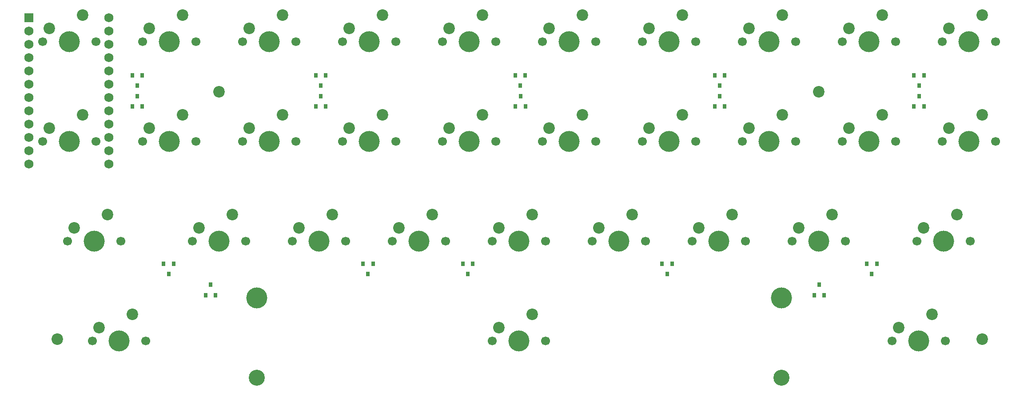
<source format=gbr>
%TF.GenerationSoftware,KiCad,Pcbnew,(6.0.0)*%
%TF.CreationDate,2022-01-08T09:02:27-05:00*%
%TF.ProjectId,iType,69547970-652e-46b6-9963-61645f706362,rev?*%
%TF.SameCoordinates,Original*%
%TF.FileFunction,Soldermask,Bot*%
%TF.FilePolarity,Negative*%
%FSLAX46Y46*%
G04 Gerber Fmt 4.6, Leading zero omitted, Abs format (unit mm)*
G04 Created by KiCad (PCBNEW (6.0.0)) date 2022-01-08 09:02:27*
%MOMM*%
%LPD*%
G01*
G04 APERTURE LIST*
%ADD10C,2.200000*%
%ADD11C,4.000000*%
%ADD12C,1.700000*%
%ADD13R,1.752600X1.752600*%
%ADD14C,1.752600*%
%ADD15C,3.050000*%
%ADD16R,0.800000X0.900000*%
G04 APERTURE END LIST*
D10*
%TO.C,REF\u002A\u002A*%
X169926000Y-26035000D03*
%TD*%
%TO.C,REF\u002A\u002A*%
X55626000Y-26035000D03*
%TD*%
%TO.C,REF\u002A\u002A*%
X201041000Y-73342500D03*
%TD*%
%TO.C,REF\u002A\u002A*%
X24828500Y-73342500D03*
%TD*%
D11*
%TO.C,SW1*%
X27051000Y-16510000D03*
D12*
X21971000Y-16510000D03*
X32131000Y-16510000D03*
D10*
X29591000Y-11430000D03*
X23241000Y-13970000D03*
%TD*%
D12*
%TO.C,SW8*%
X165481000Y-16510000D03*
X155321000Y-16510000D03*
D11*
X160401000Y-16510000D03*
D10*
X162941000Y-11430000D03*
X156591000Y-13970000D03*
%TD*%
D11*
%TO.C,SW27*%
X150876000Y-54610000D03*
D12*
X145796000Y-54610000D03*
X155956000Y-54610000D03*
D10*
X153416000Y-49530000D03*
X147066000Y-52070000D03*
%TD*%
D11*
%TO.C,SW9*%
X179451000Y-16510000D03*
D12*
X174371000Y-16510000D03*
X184531000Y-16510000D03*
D10*
X181991000Y-11430000D03*
X175641000Y-13970000D03*
%TD*%
D11*
%TO.C,SW11*%
X27051000Y-35560000D03*
D12*
X32131000Y-35560000D03*
X21971000Y-35560000D03*
D10*
X29591000Y-30480000D03*
X23241000Y-33020000D03*
%TD*%
D11*
%TO.C,SW19*%
X179451000Y-35560000D03*
D12*
X174371000Y-35560000D03*
X184531000Y-35560000D03*
D10*
X181991000Y-30480000D03*
X175641000Y-33020000D03*
%TD*%
D13*
%TO.C,U1*%
X19396000Y-11935000D03*
D14*
X19396000Y-14475000D03*
X19396000Y-17015000D03*
X19396000Y-19555000D03*
X19396000Y-22095000D03*
X19396000Y-24635000D03*
X19396000Y-27175000D03*
X19396000Y-29715000D03*
X19396000Y-32255000D03*
X19396000Y-34795000D03*
X19396000Y-37335000D03*
X19396000Y-39875000D03*
X34636000Y-39875000D03*
X34636000Y-37335000D03*
X34636000Y-34795000D03*
X34636000Y-32255000D03*
X34636000Y-29715000D03*
X34636000Y-27175000D03*
X34636000Y-24635000D03*
X34636000Y-22095000D03*
X34636000Y-19555000D03*
X34636000Y-17015000D03*
X34636000Y-14475000D03*
X34636000Y-11935000D03*
%TD*%
D11*
%TO.C,SW17*%
X141351000Y-35560000D03*
D12*
X136271000Y-35560000D03*
X146431000Y-35560000D03*
D10*
X143891000Y-30480000D03*
X137541000Y-33020000D03*
%TD*%
D12*
%TO.C,SW26*%
X126746000Y-54610000D03*
X136906000Y-54610000D03*
D11*
X131826000Y-54610000D03*
D10*
X134366000Y-49530000D03*
X128016000Y-52070000D03*
%TD*%
D12*
%TO.C,SW14*%
X89281000Y-35560000D03*
X79121000Y-35560000D03*
D11*
X84201000Y-35560000D03*
D10*
X86741000Y-30480000D03*
X80391000Y-33020000D03*
%TD*%
D12*
%TO.C,SW29*%
X198818500Y-54610000D03*
X188658500Y-54610000D03*
D11*
X193738500Y-54610000D03*
D10*
X196278500Y-49530000D03*
X189928500Y-52070000D03*
%TD*%
D12*
%TO.C,SW6*%
X117221000Y-16510000D03*
D11*
X122301000Y-16510000D03*
D12*
X127381000Y-16510000D03*
D10*
X124841000Y-11430000D03*
X118491000Y-13970000D03*
%TD*%
D11*
%TO.C,SW24*%
X93726000Y-54610000D03*
D12*
X88646000Y-54610000D03*
X98806000Y-54610000D03*
D10*
X96266000Y-49530000D03*
X89916000Y-52070000D03*
%TD*%
D12*
%TO.C,SW28*%
X164846000Y-54610000D03*
X175006000Y-54610000D03*
D11*
X169926000Y-54610000D03*
D10*
X172466000Y-49530000D03*
X166116000Y-52070000D03*
%TD*%
D12*
%TO.C,SW4*%
X89281000Y-16510000D03*
D11*
X84201000Y-16510000D03*
D12*
X79121000Y-16510000D03*
D10*
X86741000Y-11430000D03*
X80391000Y-13970000D03*
%TD*%
D11*
%TO.C,SW5*%
X103251000Y-16510000D03*
D12*
X108331000Y-16510000D03*
X98171000Y-16510000D03*
D10*
X105791000Y-11430000D03*
X99441000Y-13970000D03*
%TD*%
D12*
%TO.C,SW16*%
X117221000Y-35560000D03*
D11*
X122301000Y-35560000D03*
D12*
X127381000Y-35560000D03*
D10*
X124841000Y-30480000D03*
X118491000Y-33020000D03*
%TD*%
D12*
%TO.C,SW32*%
X183896000Y-73660000D03*
D11*
X188976000Y-73660000D03*
D12*
X194056000Y-73660000D03*
D10*
X191516000Y-68580000D03*
X185166000Y-71120000D03*
%TD*%
D11*
%TO.C,SW2*%
X46101000Y-16510000D03*
D12*
X41021000Y-16510000D03*
X51181000Y-16510000D03*
D10*
X48641000Y-11430000D03*
X42291000Y-13970000D03*
%TD*%
D12*
%TO.C,SW10*%
X193421000Y-16510000D03*
D11*
X198501000Y-16510000D03*
D12*
X203581000Y-16510000D03*
D10*
X201041000Y-11430000D03*
X194691000Y-13970000D03*
%TD*%
D12*
%TO.C,SW15*%
X108331000Y-35560000D03*
X98171000Y-35560000D03*
D11*
X103251000Y-35560000D03*
D10*
X105791000Y-30480000D03*
X99441000Y-33020000D03*
%TD*%
D12*
%TO.C,SW18*%
X165481000Y-35560000D03*
X155321000Y-35560000D03*
D11*
X160401000Y-35560000D03*
D10*
X162941000Y-30480000D03*
X156591000Y-33020000D03*
%TD*%
D11*
%TO.C,SW3*%
X65151000Y-16510000D03*
D12*
X60071000Y-16510000D03*
X70231000Y-16510000D03*
D10*
X67691000Y-11430000D03*
X61341000Y-13970000D03*
%TD*%
D12*
%TO.C,SW13*%
X70231000Y-35560000D03*
D11*
X65151000Y-35560000D03*
D12*
X60071000Y-35560000D03*
D10*
X67691000Y-30480000D03*
X61341000Y-33020000D03*
%TD*%
D12*
%TO.C,SW31*%
X117856000Y-73660000D03*
D11*
X112776000Y-73660000D03*
X62776000Y-65420000D03*
D15*
X162776000Y-80660000D03*
X62776000Y-80660000D03*
D11*
X162776000Y-65420000D03*
D12*
X107696000Y-73660000D03*
D10*
X115316000Y-68580000D03*
X108966000Y-71120000D03*
%TD*%
D12*
%TO.C,SW7*%
X146431000Y-16510000D03*
X136271000Y-16510000D03*
D11*
X141351000Y-16510000D03*
D10*
X143891000Y-11430000D03*
X137541000Y-13970000D03*
%TD*%
D12*
%TO.C,SW23*%
X79756000Y-54610000D03*
D11*
X74676000Y-54610000D03*
D12*
X69596000Y-54610000D03*
D10*
X77216000Y-49530000D03*
X70866000Y-52070000D03*
%TD*%
D12*
%TO.C,SW22*%
X60706000Y-54610000D03*
X50546000Y-54610000D03*
D11*
X55626000Y-54610000D03*
D10*
X58166000Y-49530000D03*
X51816000Y-52070000D03*
%TD*%
D12*
%TO.C,SW12*%
X51181000Y-35560000D03*
D11*
X46101000Y-35560000D03*
D12*
X41021000Y-35560000D03*
D10*
X48641000Y-30480000D03*
X42291000Y-33020000D03*
%TD*%
D12*
%TO.C,SW25*%
X107696000Y-54610000D03*
D11*
X112776000Y-54610000D03*
D12*
X117856000Y-54610000D03*
D10*
X115316000Y-49530000D03*
X108966000Y-52070000D03*
%TD*%
D12*
%TO.C,SW21*%
X36893500Y-54610000D03*
X26733500Y-54610000D03*
D11*
X31813500Y-54610000D03*
D10*
X34353500Y-49530000D03*
X28003500Y-52070000D03*
%TD*%
D11*
%TO.C,SW30*%
X36576000Y-73660000D03*
D12*
X41656000Y-73660000D03*
X31496000Y-73660000D03*
D10*
X39116000Y-68580000D03*
X32766000Y-71120000D03*
%TD*%
D11*
%TO.C,SW20*%
X198501000Y-35560000D03*
D12*
X193421000Y-35560000D03*
X203581000Y-35560000D03*
D10*
X201041000Y-30480000D03*
X194691000Y-33020000D03*
%TD*%
D16*
%TO.C,D10*%
X189966000Y-28905000D03*
X188066000Y-28905000D03*
X189016000Y-26905000D03*
%TD*%
%TO.C,D7*%
X75966000Y-28905000D03*
X74066000Y-28905000D03*
X75016000Y-26905000D03*
%TD*%
%TO.C,D1*%
X39066000Y-22905000D03*
X40966000Y-22905000D03*
X40016000Y-24905000D03*
%TD*%
%TO.C,D4*%
X150066000Y-22905000D03*
X151966000Y-22905000D03*
X151016000Y-24905000D03*
%TD*%
%TO.C,D11*%
X45066000Y-58905000D03*
X46966000Y-58905000D03*
X46016000Y-60905000D03*
%TD*%
%TO.C,D5*%
X188066000Y-22905000D03*
X189966000Y-22905000D03*
X189016000Y-24905000D03*
%TD*%
%TO.C,D2*%
X74066000Y-22905000D03*
X75966000Y-22905000D03*
X75016000Y-24905000D03*
%TD*%
%TO.C,D6*%
X40966000Y-28905000D03*
X39066000Y-28905000D03*
X40016000Y-26905000D03*
%TD*%
%TO.C,D17*%
X170966000Y-64905000D03*
X169066000Y-64905000D03*
X170016000Y-62905000D03*
%TD*%
%TO.C,D14*%
X140066000Y-58905000D03*
X141966000Y-58905000D03*
X141016000Y-60905000D03*
%TD*%
%TO.C,D8*%
X114016000Y-28905000D03*
X112116000Y-28905000D03*
X113066000Y-26905000D03*
%TD*%
%TO.C,D9*%
X151966000Y-28905000D03*
X150066000Y-28905000D03*
X151016000Y-26905000D03*
%TD*%
%TO.C,D15*%
X179066000Y-58905000D03*
X180966000Y-58905000D03*
X180016000Y-60905000D03*
%TD*%
%TO.C,D12*%
X83066000Y-58905000D03*
X84966000Y-58905000D03*
X84016000Y-60905000D03*
%TD*%
%TO.C,D13*%
X102066000Y-58905000D03*
X103966000Y-58905000D03*
X103016000Y-60905000D03*
%TD*%
%TO.C,D3*%
X112066000Y-22905000D03*
X113966000Y-22905000D03*
X113016000Y-24905000D03*
%TD*%
%TO.C,D16*%
X54966000Y-64905000D03*
X53066000Y-64905000D03*
X54016000Y-62905000D03*
%TD*%
M02*

</source>
